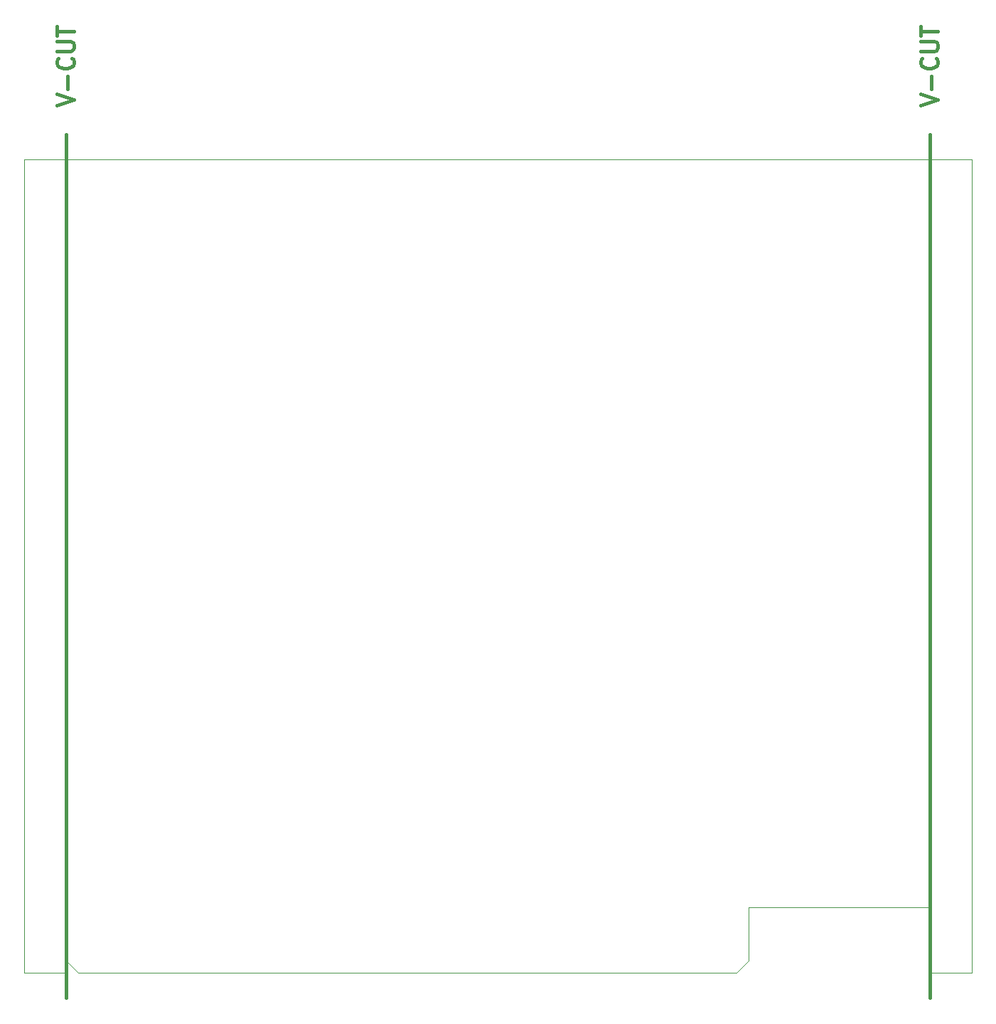
<source format=gm1>
%TF.GenerationSoftware,KiCad,Pcbnew,7.0.7*%
%TF.CreationDate,2023-10-23T19:43:48-06:00*%
%TF.ProjectId,PicoGUS chipdown with edge rails,5069636f-4755-4532-9063-686970646f77,rev?*%
%TF.SameCoordinates,Original*%
%TF.FileFunction,Profile,NP*%
%FSLAX46Y46*%
G04 Gerber Fmt 4.6, Leading zero omitted, Abs format (unit mm)*
G04 Created by KiCad (PCBNEW 7.0.7) date 2023-10-23 19:43:48*
%MOMM*%
%LPD*%
G01*
G04 APERTURE LIST*
%TA.AperFunction,Profile*%
%ADD10C,0.400000*%
%TD*%
%TA.AperFunction,Profile*%
%ADD11C,0.100000*%
%TD*%
%ADD12C,0.400000*%
G04 APERTURE END LIST*
D10*
X199940000Y-17000000D02*
X199940000Y-119736250D01*
X97060000Y-17000000D02*
X97060000Y-119736250D01*
D11*
X204935000Y-116736250D02*
X204935000Y-20000000D01*
X97065000Y-20000000D02*
X92065000Y-20000000D01*
X176916250Y-116715000D02*
X178345000Y-115307500D01*
X178345000Y-108957500D02*
X199935000Y-108957500D01*
X92065000Y-20000000D02*
X92065000Y-116736250D01*
X199935000Y-20000000D02*
X97065000Y-20000000D01*
X92065000Y-116736250D02*
X92065000Y-116736250D01*
X97065000Y-116736250D02*
X97065000Y-115307500D01*
X92065000Y-116736250D02*
X97065000Y-116736250D01*
X199935000Y-108957500D02*
X199935000Y-116736250D01*
X178345000Y-115307500D02*
X178345000Y-108957500D01*
X204935000Y-20000000D02*
X199935000Y-20000000D01*
X98493750Y-116736250D02*
X176916250Y-116715000D01*
X97065000Y-115307500D02*
X98493750Y-116736250D01*
X199935000Y-116736250D02*
X204935000Y-116736250D01*
D12*
X198844438Y-13546366D02*
X200844438Y-12879700D01*
X200844438Y-12879700D02*
X198844438Y-12213033D01*
X200082533Y-11546366D02*
X200082533Y-10022557D01*
X200653961Y-7927319D02*
X200749200Y-8022557D01*
X200749200Y-8022557D02*
X200844438Y-8308271D01*
X200844438Y-8308271D02*
X200844438Y-8498747D01*
X200844438Y-8498747D02*
X200749200Y-8784462D01*
X200749200Y-8784462D02*
X200558723Y-8974938D01*
X200558723Y-8974938D02*
X200368247Y-9070176D01*
X200368247Y-9070176D02*
X199987295Y-9165414D01*
X199987295Y-9165414D02*
X199701580Y-9165414D01*
X199701580Y-9165414D02*
X199320628Y-9070176D01*
X199320628Y-9070176D02*
X199130152Y-8974938D01*
X199130152Y-8974938D02*
X198939676Y-8784462D01*
X198939676Y-8784462D02*
X198844438Y-8498747D01*
X198844438Y-8498747D02*
X198844438Y-8308271D01*
X198844438Y-8308271D02*
X198939676Y-8022557D01*
X198939676Y-8022557D02*
X199034914Y-7927319D01*
X198844438Y-7070176D02*
X200463485Y-7070176D01*
X200463485Y-7070176D02*
X200653961Y-6974938D01*
X200653961Y-6974938D02*
X200749200Y-6879700D01*
X200749200Y-6879700D02*
X200844438Y-6689224D01*
X200844438Y-6689224D02*
X200844438Y-6308271D01*
X200844438Y-6308271D02*
X200749200Y-6117795D01*
X200749200Y-6117795D02*
X200653961Y-6022557D01*
X200653961Y-6022557D02*
X200463485Y-5927319D01*
X200463485Y-5927319D02*
X198844438Y-5927319D01*
X198844438Y-5260652D02*
X198844438Y-4117795D01*
X200844438Y-4689224D02*
X198844438Y-4689224D01*
X95964438Y-13546366D02*
X97964438Y-12879700D01*
X97964438Y-12879700D02*
X95964438Y-12213033D01*
X97202533Y-11546366D02*
X97202533Y-10022557D01*
X97773961Y-7927319D02*
X97869200Y-8022557D01*
X97869200Y-8022557D02*
X97964438Y-8308271D01*
X97964438Y-8308271D02*
X97964438Y-8498747D01*
X97964438Y-8498747D02*
X97869200Y-8784462D01*
X97869200Y-8784462D02*
X97678723Y-8974938D01*
X97678723Y-8974938D02*
X97488247Y-9070176D01*
X97488247Y-9070176D02*
X97107295Y-9165414D01*
X97107295Y-9165414D02*
X96821580Y-9165414D01*
X96821580Y-9165414D02*
X96440628Y-9070176D01*
X96440628Y-9070176D02*
X96250152Y-8974938D01*
X96250152Y-8974938D02*
X96059676Y-8784462D01*
X96059676Y-8784462D02*
X95964438Y-8498747D01*
X95964438Y-8498747D02*
X95964438Y-8308271D01*
X95964438Y-8308271D02*
X96059676Y-8022557D01*
X96059676Y-8022557D02*
X96154914Y-7927319D01*
X95964438Y-7070176D02*
X97583485Y-7070176D01*
X97583485Y-7070176D02*
X97773961Y-6974938D01*
X97773961Y-6974938D02*
X97869200Y-6879700D01*
X97869200Y-6879700D02*
X97964438Y-6689224D01*
X97964438Y-6689224D02*
X97964438Y-6308271D01*
X97964438Y-6308271D02*
X97869200Y-6117795D01*
X97869200Y-6117795D02*
X97773961Y-6022557D01*
X97773961Y-6022557D02*
X97583485Y-5927319D01*
X97583485Y-5927319D02*
X95964438Y-5927319D01*
X95964438Y-5260652D02*
X95964438Y-4117795D01*
X97964438Y-4689224D02*
X95964438Y-4689224D01*
M02*

</source>
